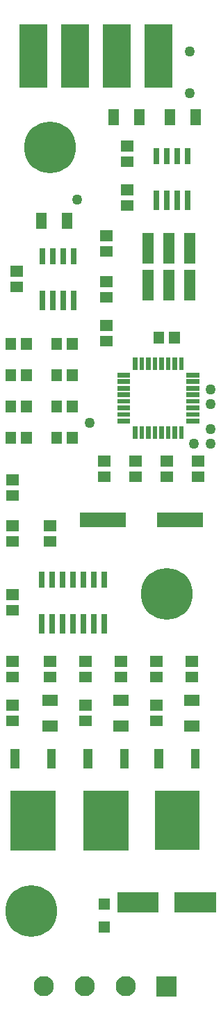
<source format=gbr>
G04 start of page 5 for group -4063 idx -4063 *
G04 Title: LED driver v. 0.1, componentmask *
G04 Creator: pcb 1.99x *
G04 CreationDate: Sat Jul 16 06:31:28 2011 UTC *
G04 For: davidellsworth *
G04 Format: Gerber/RS-274X *
G04 PCB-Dimensions: 113000 481000 *
G04 PCB-Coordinate-Origin: lower left *
%MOIN*%
%FSLAX24Y24*%
%LNFRONTMASK*%
%ADD11C,0.0200*%
%ADD18C,0.0500*%
%ADD25R,0.0512X0.0512*%
%ADD31R,0.0700X0.0700*%
%ADD34C,0.0972*%
%ADD35C,0.2480*%
%ADD36R,0.0270X0.0270*%
%ADD37R,0.2140X0.2140*%
%ADD38R,0.0430X0.0430*%
%ADD39R,0.0970X0.0970*%
%ADD40R,0.2180X0.2180*%
%ADD41R,0.1320X0.1320*%
%ADD42R,0.0520X0.0520*%
%ADD43R,0.0220X0.0220*%
G54D11*G36*
X8014Y2385D02*Y1414D01*
X8985D01*
Y2385D01*
X8014D01*
G37*
G54D34*X6531Y1900D03*
X4563D03*
X2594D03*
G54D35*X8500Y20700D03*
X2000Y5500D03*
X2900Y42100D03*
G54D36*X2500Y21650D02*Y21150D01*
X3000Y21650D02*Y21150D01*
X3500Y21650D02*Y21150D01*
X4000Y21650D02*Y21150D01*
X4500Y21650D02*Y21150D01*
X5000Y21650D02*Y21150D01*
X4000Y19600D02*Y18950D01*
X3500Y19600D02*Y18950D01*
X3000Y19600D02*Y18950D01*
X2500Y19600D02*Y18950D01*
G54D25*X1060Y19922D02*X1139D01*
X1060Y20677D02*X1139D01*
G54D37*X9000Y10200D02*Y9500D01*
G54D38*X9875Y13075D02*Y12575D01*
X8125Y13075D02*Y12575D01*
G54D39*X6625Y5925D02*X7625D01*
G54D11*G36*
X5230Y5020D02*Y4480D01*
X5770D01*
Y5020D01*
X5230D01*
G37*
G36*
Y6120D02*Y5580D01*
X5770D01*
Y6120D01*
X5230D01*
G37*
G54D39*X9375Y5925D02*X10375D01*
G54D40*X5600Y10200D02*Y9500D01*
X2100Y10200D02*Y9500D01*
G54D38*X6475Y13075D02*Y12575D01*
X4725Y13075D02*Y12575D01*
X2975Y13075D02*Y12575D01*
X1225Y13075D02*Y12575D01*
G54D36*X5500Y19600D02*Y18950D01*
X5000Y19600D02*Y18950D01*
X4500Y19600D02*Y18950D01*
G54D25*X4560Y16722D02*X4639D01*
X4560Y17477D02*X4639D01*
X6260Y16722D02*X6339D01*
X6260Y17477D02*X6339D01*
X7960Y16722D02*X8039D01*
X7960Y17477D02*X8039D01*
X9660Y16722D02*X9739D01*
X9660Y17477D02*X9739D01*
X2860Y16722D02*X2939D01*
X2860Y17477D02*X2939D01*
X2781Y15615D02*X3018D01*
X2781Y14384D02*X3018D01*
X1060Y14622D02*X1139D01*
X1060Y15377D02*X1139D01*
X1060Y16722D02*X1139D01*
X1060Y17477D02*X1139D01*
X7960Y14622D02*X8039D01*
X9581Y14384D02*X9818D01*
X6181D02*X6418D01*
X4560Y14622D02*X4639D01*
X7960Y15377D02*X8039D01*
X9581Y15615D02*X9818D01*
X6181D02*X6418D01*
X4560Y15377D02*X4639D01*
X3222Y32739D02*Y32660D01*
X1022Y32739D02*Y32660D01*
X1777Y32739D02*Y32660D01*
X2484Y38718D02*Y38481D01*
G54D36*X2550Y37150D02*Y36650D01*
Y35100D02*Y34450D01*
X3050Y37150D02*Y36650D01*
Y35100D02*Y34450D01*
X3550Y35100D02*Y34450D01*
X4050Y35100D02*Y34450D01*
X3550Y37150D02*Y36650D01*
X4050Y37150D02*Y36650D01*
G54D25*X1260Y36177D02*X1339D01*
X1260Y35422D02*X1339D01*
X3715Y38718D02*Y38481D01*
G54D18*X4200Y39600D03*
G54D25*X6560Y39322D02*X6639D01*
X6560Y40077D02*X6639D01*
X6560Y42177D02*X6639D01*
X5967Y43684D02*Y43448D01*
X7198Y43684D02*Y43448D01*
X6560Y41422D02*X6639D01*
G54D36*X8000Y41950D02*Y41450D01*
X8500Y41950D02*Y41450D01*
X9000Y41950D02*Y41450D01*
X9500Y41950D02*Y41450D01*
G54D41*X8100Y47350D02*Y45650D01*
X6100Y47350D02*Y45650D01*
X4100Y47350D02*Y45650D01*
X2100Y47350D02*Y45650D01*
G54D25*X8667Y43684D02*Y43448D01*
G54D36*X8500Y39900D02*Y39250D01*
X9000Y39900D02*Y39250D01*
X9500Y39900D02*Y39250D01*
X8000Y39900D02*Y39250D01*
G54D25*X9898Y43684D02*Y43448D01*
G54D18*X9600Y46700D03*
Y44700D03*
G54D25*X5560Y34922D02*X5639D01*
X5560Y35677D02*X5639D01*
X5560Y37122D02*X5639D01*
X5560Y37877D02*X5639D01*
G54D42*X7600Y36000D02*Y35050D01*
Y37750D02*Y36800D01*
X8600Y36000D02*Y35050D01*
Y37750D02*Y36800D01*
X9600Y36000D02*Y35050D01*
Y37750D02*Y36800D01*
G54D36*X5500Y21650D02*Y21150D01*
G54D25*X6960Y27077D02*X7039D01*
X6960Y26322D02*X7039D01*
X5460D02*X5539D01*
X5460Y27077D02*X5539D01*
X1060Y23222D02*X1139D01*
X1060Y23977D02*X1139D01*
X1022Y28239D02*Y28160D01*
X1060Y25422D02*X1139D01*
X1060Y26177D02*X1139D01*
X2860Y23222D02*X2939D01*
X2860Y23977D02*X2939D01*
G54D31*X4700Y24250D02*X6200D01*
G54D25*X3977Y32739D02*Y32660D01*
X5560Y32822D02*X5639D01*
X5560Y33577D02*X5639D01*
X1022Y29739D02*Y29660D01*
X1777Y29739D02*Y29660D01*
X1022Y31239D02*Y31160D01*
X1777Y31239D02*Y31160D01*
G54D18*X4800Y28900D03*
G54D25*X3222Y29739D02*Y29660D01*
X3977Y29739D02*Y29660D01*
X3222Y31239D02*Y31160D01*
X3977Y31239D02*Y31160D01*
X1777Y28239D02*Y28160D01*
X3222Y28239D02*Y28160D01*
X3977Y28239D02*Y28160D01*
G54D43*X6997Y28646D02*Y28246D01*
X7312Y28646D02*Y28246D01*
X7627Y28646D02*Y28246D01*
X7942Y28646D02*Y28246D01*
X8257Y28646D02*Y28246D01*
X8572Y28646D02*Y28246D01*
X8887Y28646D02*Y28246D01*
X9202Y28646D02*Y28246D01*
X9553Y28997D02*X9953D01*
G54D18*X9800Y27900D03*
X10600D03*
Y28600D03*
G54D43*X6246Y28997D02*X6646D01*
G54D25*X8460Y27077D02*X8539D01*
X9960D02*X10039D01*
X8460Y26322D02*X8539D01*
G54D31*X8400Y24250D02*X9900D01*
G54D25*X9960Y26322D02*X10039D01*
X8877Y33039D02*Y32960D01*
X8122Y33039D02*Y32960D01*
G54D43*X9202Y31953D02*Y31553D01*
X8887Y31953D02*Y31553D01*
X8572Y31953D02*Y31553D01*
X8257Y31953D02*Y31553D01*
X7942Y31953D02*Y31553D01*
X7627Y31953D02*Y31553D01*
X7312Y31953D02*Y31553D01*
X6997Y31953D02*Y31553D01*
X9553Y29312D02*X9953D01*
X9553Y29627D02*X9953D01*
X9553Y29942D02*X9953D01*
X9553Y30257D02*X9953D01*
X9553Y30572D02*X9953D01*
X9553Y30887D02*X9953D01*
X9553Y31202D02*X9953D01*
X6246D02*X6646D01*
X6246Y30887D02*X6646D01*
X6246Y30572D02*X6646D01*
X6246Y30257D02*X6646D01*
X6246Y29942D02*X6646D01*
X6246Y29627D02*X6646D01*
X6246Y29312D02*X6646D01*
G54D18*X10600Y30500D03*
Y29800D03*
M02*

</source>
